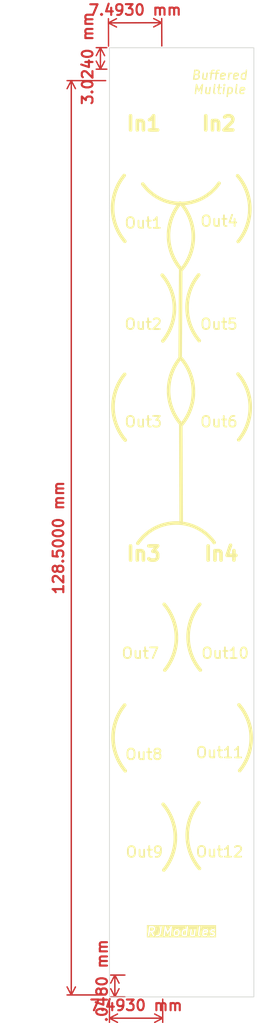
<source format=kicad_pcb>
(kicad_pcb (version 20221018) (generator pcbnew)
  (layers (0 "F.Cu" signal) (31 "B.Cu" signal) (34 "B.Paste" user) (35 "F.Paste" user) (36 "B.SilkS" user "B.Silkscreen") (37 "F.SilkS" user "F.Silkscreen") (38 "B.Mask" user) (39 "F.Mask" user) (44 "Edge.Cuts" user))
  (net 0 "")
  (footprint "MountingHole:MountingHole_6.4mm_M6" (layer "F.Cu") (at 167.8046 76.9611)
    (fp_text reference "Out5" (at 0 -4.5711) (layer "F.SilkS") (effects (font (size 1.5 1.5) (thickness 0.25) bold)))
    (fp_text value "MountingHole_6.4mm_M6" hide)
    (pad "" np_thru_hole circle (at 0 0) (size 6.4 6.4) (drill 6.4) (layers "F&B.Cu" "*.Mask"))
  )
  (footprint "MountingHole:MountingHole_3.2mm_M3" (layer "F.Cu") (at 159.766 36.576)
    (fp_text reference "fpmht" hide)
    (fp_text value "MountingHole_3.2mm_M3" hide)
    (pad "" np_thru_hole circle (at 0 0) (size 3.2 3.2) (drill 3.2) (layers "*.Cu" "*.Mask"))
  )
  (footprint "MountingHole:MountingHole_6.4mm_M6" (layer "F.Cu") (at 167.894 109.474 180)
    (fp_text reference "In4" (at -0.254 4.826) (layer "F.SilkS") (effects (font (size 2 2) (thickness 0.5) bold)))
    (fp_text value "MountingHole_6.4mm_M6" hide)
    (pad "" np_thru_hole circle (at 0 0 180) (size 6.4 6.4) (drill 6.4) (layers "F&B.Cu" "*.Mask"))
  )
  (footprint "MountingHole:MountingHole_6.4mm_M6" (layer "F.Cu") (at 167.8686 123.444 180)
    (fp_text reference "Out10" (at -0.8128 4.814) (layer "F.SilkS") (effects (font (size 1.5 1.5) (thickness 0.25) bold)))
    (fp_text value "MountingHole_6.4mm_M6" hide)
    (pad "" np_thru_hole circle (at 0 0 180) (size 6.4 6.4) (drill 6.4) (layers "F&B.Cu" "*.Mask"))
  )
  (footprint "MountingHole:MountingHole_6.4mm_M6" (layer "F.Cu") (at 157.3154 123.444 180)
    (fp_text reference "Out7" (at 0.572 4.814) (layer "F.SilkS") (effects (font (size 1.5 1.5) (thickness 0.25) bold)))
    (fp_text value "MountingHole_6.4mm_M6" hide)
    (pad "" np_thru_hole circle (at 0 0 180) (size 6.4 6.4) (drill 6.4) (layers "F&B.Cu" "*.Mask"))
  )
  (footprint "MountingHole:MountingHole_6.4mm_M6" (layer "F.Cu") (at 157.226 90.932)
    (fp_text reference "Out3" (at -0.064 -4.826) (layer "F.SilkS") (effects (font (size 1.5 1.5) (thickness 0.25) bold)))
    (fp_text value "MountingHole_6.4mm_M6" hide)
    (pad "" np_thru_hole circle (at 0 0) (size 6.4 6.4) (drill 6.4) (layers "F&B.Cu" "*.Mask"))
  )
  (footprint "MountingHole:MountingHole_6.4mm_M6" (layer "F.Cu") (at 167.8046 49.022)
    (fp_text reference "In2" (at 0 -4.826) (layer "F.SilkS") (effects (font (size 2 2) (thickness 0.5) bold)))
    (fp_text value "MountingHole_6.4mm_M6" hide)
    (pad "" np_thru_hole circle (at 0 0) (size 6.4 6.4) (drill 6.4) (layers "F&B.Cu" "*.Mask"))
  )
  (footprint "MountingHole:MountingHole_6.4mm_M6" (layer "F.Cu") (at 157.226 76.962)
    (fp_text reference "Out2" (at -0.064 -4.572) (layer "F.SilkS") (effects (font (size 1.5 1.5) (thickness 0.25) bold)))
    (fp_text value "MountingHole_6.4mm_M6" hide)
    (pad "" np_thru_hole circle (at 0 0) (size 6.4 6.4) (drill 6.4) (layers "F&B.Cu" "*.Mask"))
  )
  (footprint "MountingHole:MountingHole_6.4mm_M6" (layer "F.Cu") (at 167.894 137.414 180)
    (fp_text reference "Out11" (at 0 4.814) (layer "F.SilkS") (effects (font (size 1.5 1.5) (thickness 0.25) bold)))
    (fp_text value "MountingHole_6.4mm_M6" hide)
    (pad "" np_thru_hole circle (at 0 0 180) (size 6.4 6.4) (drill 6.4) (layers "F&B.Cu" "*.Mask"))
  )
  (footprint "MountingHole:MountingHole_6.4mm_M6" (layer "F.Cu") (at 167.894 151.3586 180)
    (fp_text reference "Out12" (at 0 4.814) (layer "F.SilkS") (effects (font (size 1.5 1.5) (thickness 0.25) bold)))
    (fp_text value "MountingHole_6.4mm_M6" hide)
    (pad "" np_thru_hole circle (at 0 0 180) (size 6.4 6.4) (drill 6.4) (layers "F&B.Cu" "*.Mask"))
  )
  (footprint "MountingHole:MountingHole_3.2mm_M3" (layer "F.Cu") (at 160.02 163.8674)
    (fp_text reference "fbmhb" hide)
    (fp_text value "MountingHole_3.2mm_M3" hide)
    (pad "" np_thru_hole circle (at 0 0) (size 3.2 3.2) (drill 3.2) (layers "F&B.Cu" "*.Mask"))
  )
  (footprint "MountingHole:MountingHole_6.4mm_M6" (layer "F.Cu") (at 157.3154 151.384 180)
    (fp_text reference "Out9" (at 0 4.814) (layer "F.SilkS") (effects (font (size 1.5 1.5) (thickness 0.25) bold)))
    (fp_text value "MountingHole_6.4mm_M6" hide)
    (pad "" np_thru_hole circle (at 0 0 180) (size 6.4 6.4) (drill 6.4) (layers "F&B.Cu" "*.Mask"))
  )
  (footprint "MountingHole:MountingHole_6.4mm_M6" (layer "F.Cu") (at 157.226 49.022)
    (fp_text reference "In1" (at 0 -4.826) (layer "F.SilkS") (effects (font (size 2 2) (thickness 0.5) bold)))
    (fp_text value "MountingHole_6.4mm_M6" hide)
    (pad "" np_thru_hole circle (at 0 0) (size 6.4 6.4) (drill 6.4) (layers "*.Cu" "*.Mask"))
  )
  (footprint "MountingHole:MountingHole_6.4mm_M6" (layer "F.Cu") (at 167.8046 90.9311)
    (fp_text reference "Out6" (at 0 -4.8251) (layer "F.SilkS") (effects (font (size 1.5 1.5) (thickness 0.25) bold)))
    (fp_text value "MountingHole_6.4mm_M6" hide)
    (pad "" np_thru_hole circle (at 0 0) (size 6.4 6.4) (drill 6.4) (layers "F&B.Cu" "*.Mask"))
  )
  (footprint "MountingHole:MountingHole_6.4mm_M6" (layer "F.Cu") (at 157.3654 109.474 180)
    (fp_text reference "In3" (at 0.1394 4.826) (layer "F.SilkS") (effects (font (size 2 2) (thickness 0.5) bold)))
    (fp_text value "MountingHole_6.4mm_M6" hide)
    (pad "" np_thru_hole circle (at 0 0 180) (size 6.4 6.4) (drill 6.4) (layers "F&B.Cu" "*.Mask"))
  )
  (footprint "MountingHole:MountingHole_6.4mm_M6" (layer "F.Cu") (at 167.8046 62.992)
    (fp_text reference "Out4" (at 0.0254 -5.08) (layer "F.SilkS") (effects (font (size 1.5 1.5) (thickness 0.25))))
    (fp_text value "MountingHole_6.4mm_M6" hide)
    (pad "" np_thru_hole circle (at 0 0) (size 6.4 6.4) (drill 6.4) (layers "F&B.Cu" "*.Mask"))
  )
  (footprint "MountingHole:MountingHole_6.4mm_M6" (layer "F.Cu") (at 157.226 62.992)
    (fp_text reference "Out1" (at -0.064 -4.826) (layer "F.SilkS") (effects (font (size 1.5 1.5) (thickness 0.25) bold)))
    (fp_text value "MountingHole_6.4mm_M6" hide)
    (pad "" np_thru_hole circle (at 0 0) (size 6.4 6.4) (drill 6.4) (layers "F&B.Cu" "*.Mask"))
  )
  (footprint "MountingHole:MountingHole_6.4mm_M6" (layer "F.Cu") (at 157.3154 137.414 180)
    (fp_text reference "Out8" (at 0.064 4.56) (layer "F.SilkS") (effects (font (size 1.5 1.5) (thickness 0.25) bold)))
    (fp_text value "MountingHole_6.4mm_M6" hide)
    (pad "" np_thru_hole circle (at 0 0 180) (size 6.4 6.4) (drill 6.4) (layers "F&B.Cu" "*.Mask"))
  )
  (gr_arc (start 167.83 52.578) (mid 162.486339 55.431144) (end 157.086136 52.686513) (stroke (width 0.5)) (layer "F.SilkS"))
  (gr_arc (start 170.429511 51.525695) (mid 172.148 56.134) (end 170.516282 60.77374) (stroke (width 0.5)) (layer "F.SilkS"))
  (gr_arc (start 159.825511 65.495695) (mid 161.544 70.104) (end 159.912282 74.74374) (stroke (width 0.5)) (layer "F.SilkS"))
  (gr_arc (start 154.622 88.682307) (mid 152.903506 84.074) (end 154.535229 79.434262) (stroke (width 0.5)) (layer "F.SilkS"))
  (gr_arc (start 162.426826 64.611455) (mid 160.708337 60.003149) (end 162.340055 55.36341) (stroke (width 0.5)) (layer "F.SilkS"))
  (gr_arc (start 159.958631 139.861953) (mid 161.677121 144.470259) (end 160.045402 149.109998) (stroke (width 0.5)) (layer "F.SilkS"))
  (gr_line (start 162.426826 64.611455) (end 162.349718 77.14826) (stroke (width 0.5)) (layer "F.SilkS"))
  (gr_arc (start 165.065889 148.892306) (mid 163.3474 144.284) (end 164.979118 139.644261) (stroke (width 0.5)) (layer "F.SilkS"))
  (gr_arc (start 165.040489 74.712306) (mid 163.322 70.104) (end 164.953718 65.464261) (stroke (width 0.5)) (layer "F.SilkS"))
  (gr_line (start 162.436489 86.396305) (end 162.496 100.33) (stroke (width 0.5)) (layer "F.SilkS"))
  (gr_arc (start 154.626489 135.164305) (mid 152.908 130.556) (end 154.539718 125.91626) (stroke (width 0.5)) (layer "F.SilkS"))
  (gr_arc (start 156.390337 103.18315) (mid 161.733999 100.329986) (end 167.134201 103.074637) (stroke (width 0.5)) (layer "F.SilkS"))
  (gr_arc (start 162.436489 86.396305) (mid 160.718 81.787999) (end 162.349718 77.14826) (stroke (width 0.5)) (layer "F.SilkS"))
  (gr_arc (start 160.104911 111.76) (mid 161.8234 116.368306) (end 160.191682 121.008045) (stroke (width 0.5)) (layer "F.SilkS"))
  (gr_arc (start 170.626629 125.891955) (mid 172.345118 130.50026) (end 170.7134 135.14) (stroke (width 0.5)) (layer "F.SilkS"))
  (gr_arc (start 170.493511 79.397955) (mid 172.212 84.00626) (end 170.580282 88.646) (stroke (width 0.5)) (layer "F.SilkS"))
  (gr_arc (start 162.496 77.216) (mid 164.214489 81.824306) (end 162.582771 86.464045) (stroke (width 0.5)) (layer "F.SilkS"))
  (gr_arc (start 162.486337 55.43115) (mid 164.204826 60.039456) (end 162.573108 64.679195) (stroke (width 0.5)) (layer "F.SilkS"))
  (gr_arc (start 165.186771 121.008045) (mid 163.468282 116.399739) (end 165.1 111.76) (stroke (width 0.5)) (layer "F.SilkS"))
  (gr_arc (start 154.562489 60.742305) (mid 152.844 56.134) (end 154.475718 51.49426) (stroke (width 0.5)) (layer "F.SilkS"))
  (gr_rect (start 152.4 33.54) (end 172.72 166.94) (stroke (width 0.1)) (fill none) (layer "Edge.Cuts"))
  (gr_text "RJModules" (at 157.48 158.496) (layer "F.SilkS" knockout) (effects (font (size 1.25 1.25) (thickness 0.2) bold italic) (justify left bottom)))
  (gr_text "Buffered\nMultiple" (at 167.894 40.132) (layer "F.SilkS") (effects (font (size 1.25 1.25) (thickness 0.2) bold italic) (justify bottom)))
  (dimension (type aligned) (layer "F.Cu") (pts (xy 152.273 33.806) (xy 159.766 33.782)) (height -3.7599) (gr_text "7.4930 mm" (at 156.001692 28.234128 0.1835171501) (layer "F.Cu") (effects (font (size 1.5 1.5) (thickness 0.3)))) (format (prefix "") (suffix "") (units 3) (units_format 1) (precision 4)) (style (thickness 0.2) (arrow_length 1.27) (text_position_mode 0) (extension_height 0.58642) (extension_offset 0.5) keep_text_aligned))
  (dimension (type aligned) (layer "F.Cu") (pts (xy 152.527 33.528) (xy 152.527 36.552)) (height 1.397) (gr_text "3.0240 mm" (at 149.33 35.04 90) (layer "F.Cu") (effects (font (size 1.5 1.5) (thickness 0.3)))) (format (prefix "") (suffix "") (units 3) (units_format 1) (precision 4)) (style (thickness 0.2) (arrow_length 1.27) (text_position_mode 0) (extension_height 0.58642) (extension_offset 0.5) keep_text_aligned))
  (dimension (type aligned) (layer "F.Cu") (pts (xy 152.3624 38.1614) (xy 152.3624 166.6614)) (height 5.334) (gr_text "128.5000 mm" (at 145.2284 102.4114 90) (layer "F.Cu") (effects (font (size 1.5 1.5) (thickness 0.3)))) (format (prefix "") (suffix "") (units 3) (units_format 1) (precision 4)) (style (thickness 0.2) (arrow_length 1.27) (text_position_mode 0) (extension_height 0.58642) (extension_offset 0.5) keep_text_aligned))
  (dimension (type aligned) (layer "F.Cu") (pts (xy 155.067 166.9154) (xy 155.067 163.8674)) (height -1.905) (gr_text "3.0480 mm" (at 151.362 165.3914 90) (layer "F.Cu") (effects (font (size 1.5 1.5) (thickness 0.3)))) (format (prefix "") (suffix "") (units 3) (units_format 1) (precision 4)) (style (thickness 0.2) (arrow_length 1.27) (text_position_mode 0) (extension_height 0.58642) (extension_offset 0.5) keep_text_aligned))
  (dimension (type aligned) (layer "F.Cu") (pts (xy 152.4 166.751) (xy 159.893 166.751)) (height 3.175) (gr_text "7.4930 mm" (at 156.1465 168.126) (layer "F.Cu") (effects (font (size 1.5 1.5) (thickness 0.3)))) (format (prefix "") (suffix "") (units 3) (units_format 1) (precision 4)) (style (thickness 0.2) (arrow_length 1.27) (text_position_mode 0) (extension_height 0.58642) (extension_offset 0.5) keep_text_aligned))
)
</source>
